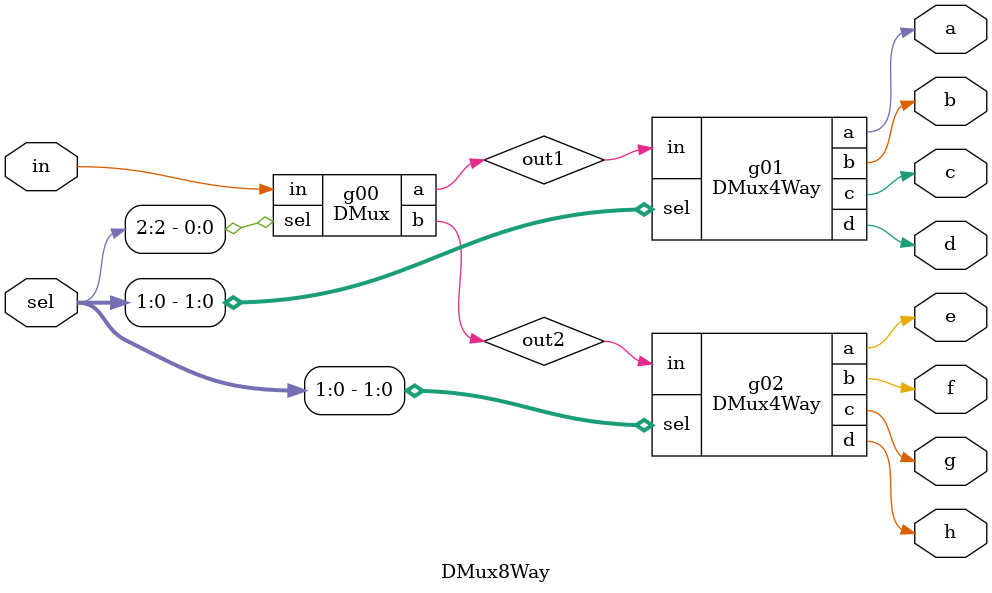
<source format=v>
`include "gate16.v"

module Mux(input a,b,sel,output out);
 Not g00(sel,notsel);
 And g01(a,notsel,aandnotsel);
 And g02(b,sel,bandnotsel);
 Or g03(aandnotsel,bandnotsel,out);
endmodule

module DMux(input in,sel,output a,b);
 Not g00(sel,nots);
 And g01(in,nots,a);
 And g02(in,sel,b);
endmodule

module Mux16(input [15:0] a,b,input sel,output [15:0] out);
 Mux g15(a[15],b[15],sel,out[15]);
 Mux g14(a[14],b[14],sel,out[14]);
 Mux g13(a[13],b[13],sel,out[13]);
 Mux g12(a[12],b[12],sel,out[12]);
 Mux g11(a[11],b[11],sel,out[11]);
 Mux g10(a[10],b[10],sel,out[10]);
 Mux g09(a[9],b[9],sel,out[9]);
 Mux g08(a[8],b[8],sel,out[8]);
 Mux g07(a[7],b[7],sel,out[7]);
 Mux g06(a[6],b[6],sel,out[6]);
 Mux g05(a[5],b[5],sel,out[5]);
 Mux g04(a[4],b[4],sel,out[4]);
 Mux g03(a[3],b[3],sel,out[3]);
 Mux g02(a[2],b[2],sel,out[2]);
 Mux g01(a[1],b[1],sel,out[1]);
 Mux g00(a[0],b[0],sel,out[0]);
endmodule

module Mux4Way16(input [15:0] a,b,c,d,input [1:0] sel,output [15:0] out);
 wire [15:0] outab,outcd;
 Mux16 g00(a,b,sel[0],outab);
 Mux16 g01(c,d,sel[0],outcd);
 Mux16 g02(outab,outcd,sel[1],out);
endmodule

module Mux8Way16(input [15:0] a,b,c,d,e,f,g,h,input [2:0] sel,output [15:0] out);
 wire [15:0] outad,outeh;
 Mux4Way16 g00(a,b,c,d,sel[1:0],outad);
 Mux4Way16 g01(e,f,g,h,sel[1:0],outeh);
 Mux16 g02(outad,outeh,sel[2],out);
endmodule

module DMux4Way(input in,input [1:0] sel,output a,b,c,d);
 DMux g00(in,sel[1],out1,out2);
 DMux g01(out1,sel[0],a,b);
 DMux g02(out2,sel[0],c,d);
endmodule

module DMux8Way(input in,input [2:0] sel,output a,b,c,d,e,f,g,h);
 DMux g00(in,sel[2],out1,out2);
 DMux4Way g01(out1,sel[1:0],a,b,c,d);
 DMux4Way g02(out2,sel[1:0],e,f,g,h);
endmodule


</source>
